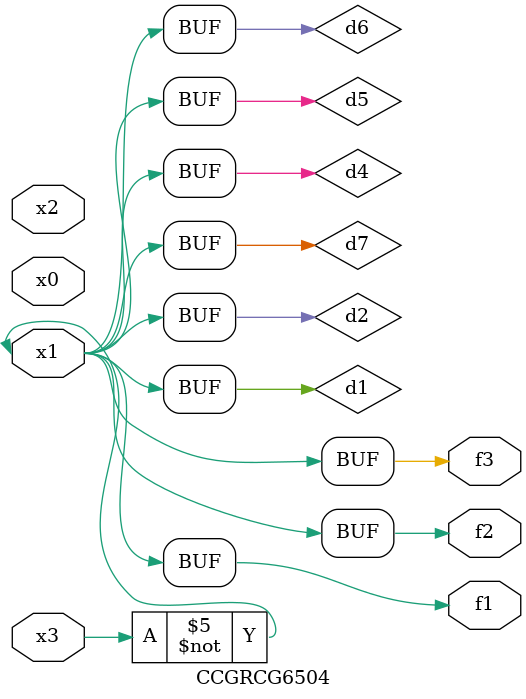
<source format=v>
module CCGRCG6504(
	input x0, x1, x2, x3,
	output f1, f2, f3
);

	wire d1, d2, d3, d4, d5, d6, d7;

	not (d1, x3);
	buf (d2, x1);
	xnor (d3, d1, d2);
	nor (d4, d1);
	buf (d5, d1, d2);
	buf (d6, d4, d5);
	nand (d7, d4);
	assign f1 = d6;
	assign f2 = d7;
	assign f3 = d6;
endmodule

</source>
